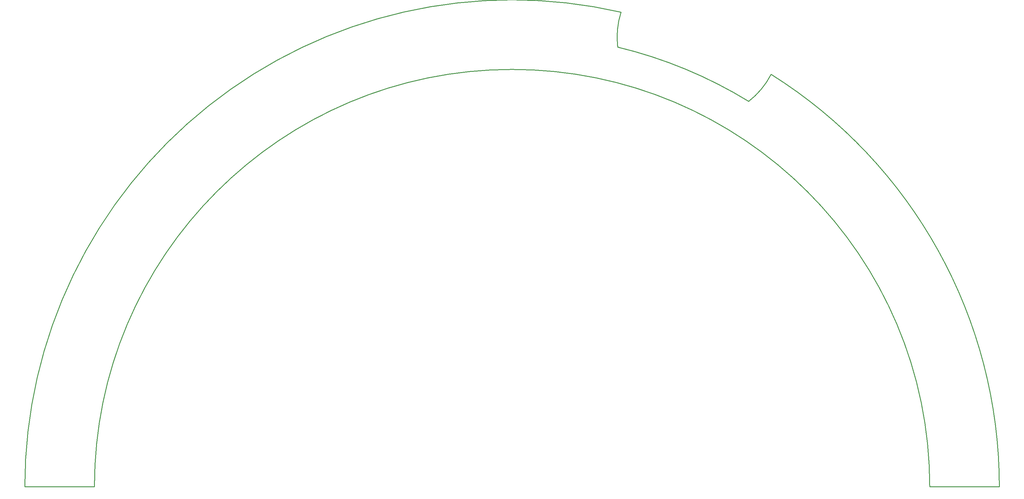
<source format=gm1>
G04*
G04 #@! TF.GenerationSoftware,Altium Limited,Altium Designer,20.1.14 (287)*
G04*
G04 Layer_Color=16711935*
%FSLAX24Y24*%
%MOIN*%
G70*
G04*
G04 #@! TF.SameCoordinates,F37E473B-A4F1-4144-8FAB-8DA16429EA7E*
G04*
G04*
G04 #@! TF.FilePolarity,Positive*
G04*
G01*
G75*
%ADD11C,0.0100*%
G54D11*
X57618Y0D02*
G03*
X31803Y46684I-55118J0D01*
G01*
X14823Y53723D02*
G03*
X-52618Y0I-12323J-53723D01*
G01*
X29268Y43623D02*
G03*
X14458Y49764I-26768J-43623D01*
G01*
X29262Y43624D02*
G03*
X31794Y46675I-5662J7276D01*
G01*
X14823Y53721D02*
G03*
X14450Y49770I8777J-2821D01*
G01*
X49744Y0D02*
G03*
X-44744Y0I-47244J0D01*
G01*
X49744D02*
X57618D01*
X-52618D02*
X-44744D01*
M02*

</source>
